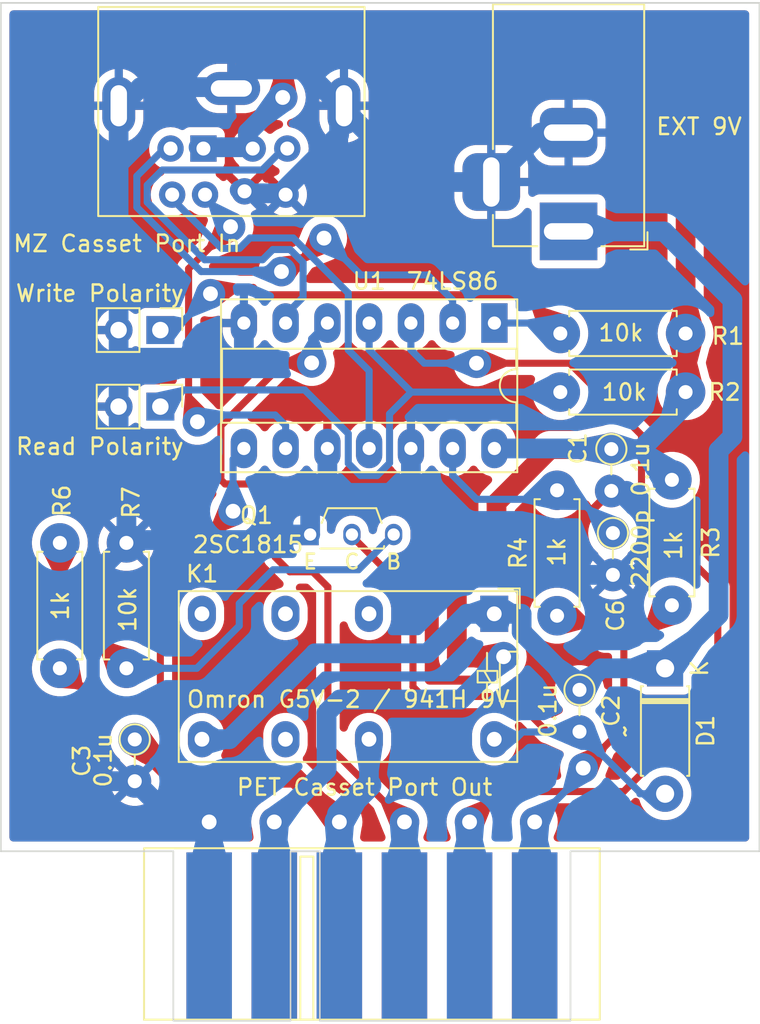
<source format=kicad_pcb>
(kicad_pcb (version 20240108) (generator "pcbnew") (generator_version "8.0")
  (title_block (title "MZ1500 to DataSette I/F") (date "2024-12-25") (rev "0.6") (company "Mercury-Nihombashi kaokun"))
  (layers (0 "F.Cu" signal) (31 "B.Cu" signal) (34 "B.Paste" user) (35 "F.Paste" user) (36 "B.SilkS" user "B.Silkscreen") (37 "F.SilkS" user "F.Silkscreen") (38 "B.Mask" user) (39 "F.Mask" user) (44 "Edge.Cuts" user))
  (net 0 "")
  (net 1 "VCC")
  (net 2 "GND")
  (net 3 "Net-(D1-A)")
  (net 4 "+9V")
  (net 5 "WRITE")
  (net 6 "SENSE")
  (net 7 "MOTOR")
  (net 8 "Net-(J3-Pad1)")
  (net 9 "Net-(J4-Pad1)")
  (net 11 "READ")
  (net 15 "Net-(Q1-B)")
  (net 16 "Net-(C6-Pad1)")
  (net 17 "Net-(R6-Pad1)")
  (net 18 "/PET_MOTOR")
  (net 19 "/PET_READ")
  (net 20 "/PET_WRITE")
  (net 21 "/PET_SENSE")
  (footprint "Package_DIP:DIP-14_W7.62mm_Socket_LongPads" (layer "F.Cu") (at 140.846 68.42 -90)
    (property "Reference" "U1" (at -2.54 7.62 0) (layer "F.SilkS"))
    (property "Value" "74LS86" (at -2.54 2.54 0) (layer "F.SilkS"))
    (fp_line (start -1.44 16.63) (end 9.06 16.63) (stroke (width 0.12)) (layer "F.SilkS"))
    (fp_line (start 9.06 16.63) (end 9.06 -1.39) (stroke (width 0.12)) (layer "F.SilkS"))
    (fp_line (start 1.56 16.57) (end 6.06 16.57) (stroke (width 0.12)) (layer "F.SilkS"))
    (fp_line (start 6.06 16.57) (end 6.06 -1.33) (stroke (width 0.12)) (layer "F.SilkS"))
    (fp_line (start 1.56 -1.33) (end 1.56 16.57) (stroke (width 0.12)) (layer "F.SilkS"))
    (fp_line (start 2.81 -1.33) (end 1.56 -1.33) (stroke (width 0.12)) (layer "F.SilkS"))
    (fp_line (start 6.06 -1.33) (end 4.81 -1.33) (stroke (width 0.12)) (layer "F.SilkS"))
    (fp_line (start -1.44 -1.39) (end -1.44 16.63) (stroke (width 0.12)) (layer "F.SilkS"))
    (fp_line (start 9.06 -1.39) (end -1.44 -1.39) (stroke (width 0.12)) (layer "F.SilkS"))
    (fp_arc (start 4.81 -1.33) (mid 3.81 -0.33) (end 2.81 -1.33) (stroke (width 0.12)) (layer "F.SilkS"))
    (pad "1" thru_hole rect (at 0 0 270) (size 2.4 1.6) (drill 0.8) (layers "*.Cu" "*.Mask") (net 8 "Net-(J3-Pad1)"))
    (pad "2" thru_hole oval (at 0 2.54 270) (size 2.4 1.6) (drill 0.8) (layers "*.Cu" "*.Mask") (net 5 "WRITE"))
    (pad "3" thru_hole oval (at 0 5.08 270) (size 2.4 1.6) (drill 0.8) (layers "*.Cu" "*.Mask") (net 20 "/PET_WRITE"))
    (pad "4" thru_hole oval (at 0 7.62 270) (size 2.4 1.6) (drill 0.8) (layers "*.Cu" "*.Mask") (net 9 "Net-(J4-Pad1)"))
    (pad "5" thru_hole oval (at 0 10.16 270) (size 2.4 1.6) (drill 0.8) (layers "*.Cu" "*.Mask") (net 19 "/PET_READ"))
    (pad "6" thru_hole oval (at 0 12.7 270) (size 2.4 1.6) (drill 0.8) (layers "*.Cu" "*.Mask") (net 11 "READ"))
    (pad "7" thru_hole oval (at 0 15.24 270) (size 2.4 1.6) (drill 0.8) (layers "*.Cu" "*.Mask") (net 2 "GND"))
    (pad "8" thru_hole oval (at 7.62 15.24 270) (size 2.4 1.6) (drill 0.8) (layers "*.Cu" "*.Mask") (net 17 "Net-(R6-Pad1)"))
    (pad "9" thru_hole oval (at 7.62 12.7 270) (size 2.4 1.6) (drill 0.8) (layers "*.Cu" "*.Mask") (net 7 "MOTOR"))
    (pad "10" thru_hole oval (at 7.62 10.16 270) (size 2.4 1.6) (drill 0.8) (layers "*.Cu" "*.Mask") (net 2 "GND"))
    (pad "11" thru_hole oval (at 7.62 7.62 270) (size 2.4 1.6) (drill 0.8) (layers "*.Cu" "*.Mask") (net 6 "SENSE"))
    (pad "12" thru_hole oval (at 7.62 5.08 270) (size 2.4 1.6) (drill 0.8) (layers "*.Cu" "*.Mask") (net 2 "GND"))
    (pad "13" thru_hole oval (at 7.62 2.54 270) (size 2.4 1.6) (drill 0.8) (layers "*.Cu" "*.Mask") (net 16 "Net-(C6-Pad1)"))
    (pad "14" thru_hole oval (at 7.62 0 270) (size 2.4 1.6) (drill 0.8) (layers "*.Cu" "*.Mask") (net 1 "VCC"))
  )
  (footprint "Kao_Library:PET_Casset" (layer "F.Cu") (at 123.4945 105.659 180)
    (property "Reference" "J2" (hide yes))
    (property "Value" "PET Casset Port Out" (at -9.4515 9.039 0) (layer "F.SilkS"))
    (fp_rect (start 3.96 -5.08) (end -23.76 5.334) (stroke (width 0.12)) (fill none) (layer "F.SilkS"))
    (fp_rect (start -6.336 -5.08) (end -5.544 4.826) (stroke (width 0.12)) (fill none) (layer "F.SilkS"))
    (pad "1" connect rect (at 0 0 180) (size 2.77 10.16) (layers "F.Cu" "F.Mask") (net 2 "GND"))
    (pad "2" connect rect (at -3.96 0 180) (size 2.77 10.16) (layers "F.Cu" "F.Mask") (net 1 "VCC"))
    (pad "3" connect rect (at -7.92 0 180) (size 2.77 10.16) (layers "F.Cu" "F.Mask") (net 18 "/PET_MOTOR"))
    (pad "4" connect rect (at -11.88 0 180) (size 2.77 10.16) (layers "F.Cu" "F.Mask") (net 19 "/PET_READ"))
    (pad "5" connect rect (at -15.84 0 180) (size 2.77 10.16) (layers "F.Cu" "F.Mask") (net 20 "/PET_WRITE"))
    (pad "6" connect rect (at -19.8 0 180) (size 2.77 10.16) (layers "F.Cu" "F.Mask") (net 21 "/PET_SENSE"))
    (pad "A" connect rect (at 0 0 180) (size 2.77 10.16) (layers "B.Cu" "B.Mask") (net 2 "GND"))
    (pad "B" connect rect (at -3.96 0 180) (size 2.77 10.16) (layers "B.Cu" "B.Mask") (net 1 "VCC"))
    (pad "C" connect rect (at -7.92 0 180) (size 2.77 10.16) (layers "B.Cu" "B.Mask") (net 18 "/PET_MOTOR"))
    (pad "D" connect rect (at -11.88 0 180) (size 2.77 10.16) (layers "B.Cu" "B.Mask") (net 19 "/PET_READ"))
    (pad "E" connect rect (at -15.84 0 180) (size 2.77 10.16) (layers "B.Cu" "B.Mask") (net 20 "/PET_WRITE"))
    (pad "F" connect rect (at -19.8 0 180) (size 2.77 10.16) (layers "B.Cu" "B.Mask") (net 21 "/PET_SENSE"))
  )
  (footprint "Kao_Library:LargePad_R_Axial_DIN0207_L6.3mm_D2.5mm_P7.62mm_Horizontal" (layer "F.Cu") (at 114.4125 89.396 90)
    (property "Reference" "R6" (at 10.176 0.1335 90) (layer "F.SilkS"))
    (property "Value" "1k" (at 3.81 0.0335 90) (layer "F.SilkS"))
    (fp_line (start 7.08 -1.37) (end 7.08 -1.04) (stroke (width 0.12)) (layer "F.SilkS"))
    (fp_line (start 0.54 -1.37) (end 7.08 -1.37) (stroke (width 0.12)) (layer "F.SilkS"))
    (fp_line (start 0.54 -1.04) (end 0.54 -1.37) (stroke (width 0.12)) (layer "F.SilkS"))
    (fp_line (start 0.54 1.04) (end 0.54 1.37) (stroke (width 0.12)) (layer "F.SilkS"))
    (fp_line (start 7.08 1.37) (end 7.08 1.04) (stroke (width 0.12)) (layer "F.SilkS"))
    (fp_line (start 0.54 1.37) (end 7.08 1.37) (stroke (width 0.12)) (layer "F.SilkS"))
    (pad "1" thru_hole circle (at 0 0 90) (size 2.4 2.4) (drill 0.85) (layers "*.Cu" "*.Mask") (net 17 "Net-(R6-Pad1)"))
    (pad "2" thru_hole circle (at 7.62 0 90) (size 2.4 2.4) (drill 0.85) (layers "*.Cu" "*.Mask") (net 15 "Net-(Q1-B)"))
  )
  (footprint "Kao_Library:LargePad_R_Axial_DIN0207_L6.3mm_D2.5mm_P7.62mm_Horizontal" (layer "F.Cu") (at 152.475 72.615 180)
    (property "Reference" "R2" (at -2.371 -0.005 0) (layer "F.SilkS"))
    (property "Value" "10k" (at 3.729 -0.005 0) (layer "F.SilkS"))
    (fp_line (start 7.08 1.37) (end 7.08 1.04) (stroke (width 0.12)) (layer "F.SilkS"))
    (fp_line (start 7.08 -1.37) (end 7.08 -1.04) (stroke (width 0.12)) (layer "F.SilkS"))
    (fp_line (start 0.54 1.37) (end 7.08 1.37) (stroke (width 0.12)) (layer "F.SilkS"))
    (fp_line (start 0.54 1.04) (end 0.54 1.37) (stroke (width 0.12)) (layer "F.SilkS"))
    (fp_line (start 0.54 -1.04) (end 0.54 -1.37) (stroke (width 0.12)) (layer "F.SilkS"))
    (fp_line (start 0.54 -1.37) (end 7.08 -1.37) (stroke (width 0.12)) (layer "F.SilkS"))
    (pad "1" thru_hole circle (at 0 0 180) (size 2.4 2.4) (drill 0.85) (layers "*.Cu" "*.Mask") (net 1 "VCC"))
    (pad "2" thru_hole circle (at 7.62 0 180) (size 2.4 2.4) (drill 0.85) (layers "*.Cu" "*.Mask") (net 9 "Net-(J4-Pad1)"))
  )
  (footprint "Diode_THT:D_DO-41_SOD81_P7.62mm_Horizontal" (layer "F.Cu") (at 151.2285 89.397 -90)
    (property "Reference" "D1" (at 3.81 -2.47 90) (layer "F.SilkS"))
    (property "Value" "~" (at 3.81 2.47 90) (layer "F.SilkS"))
    (fp_line (start 1.09 1.47) (end 6.53 1.47) (stroke (width 0.12)) (layer "F.SilkS"))
    (fp_line (start 6.53 1.47) (end 6.53 1.34) (stroke (width 0.12)) (layer "F.SilkS"))
    (fp_line (start 1.09 1.34) (end 1.09 1.47) (stroke (width 0.12)) (layer "F.SilkS"))
    (fp_line (start 1.09 -1.34) (end 1.09 -1.47) (stroke (width 0.12)) (layer "F.SilkS"))
    (fp_line (start 1.09 -1.47) (end 6.53 -1.47) (stroke (width 0.12)) (layer "F.SilkS"))
    (fp_line (start 1.87 -1.47) (end 1.87 1.47) (stroke (width 0.12)) (layer "F.SilkS"))
    (fp_line (start 1.99 -1.47) (end 1.99 1.47) (stroke (width 0.12)) (layer "F.SilkS"))
    (fp_line (start 2.11 -1.47) (end 2.11 1.47) (stroke (width 0.12)) (layer "F.SilkS"))
    (fp_line (start 6.53 -1.47) (end 6.53 -1.34) (stroke (width 0.12)) (layer "F.SilkS"))
    (fp_text user "K" (at 0 -2.1 90) (layer "F.SilkS"))
    (pad "1" thru_hole rect (at 0 0 270) (size 2.2 2.2) (drill 1.1) (layers "*.Cu" "*.Mask") (net 4 "+9V"))
    (pad "2" thru_hole oval (at 7.62 0 270) (size 2.2 2.2) (drill 1.1) (layers "*.Cu" "*.Mask") (net 3 "Net-(D1-A)"))
  )
  (footprint "Kao_Library:LargePad_R_Axial_DIN0204_L3.6mm_D1.6mm_P2.54mm_Vertical" (layer "F.Cu") (at 118.9705 93.715 -90)
    (property "Reference" "C3" (at 1.305 3.2245 90) (layer "F.SilkS"))
    (property "Value" "0.1u" (at 1.27 1.92 90) (layer "F.SilkS"))
    (fp_line (start 0.92 0) (end 1.54 0) (stroke (width 0.12)) (layer "F.SilkS"))
    (fp_circle (center 0 0) (end 0.92 0) (stroke (width 0.12)) (fill none) (layer "F.SilkS"))
    (pad "1" thru_hole circle (at 0 0 270) (size 2 2) (drill 0.85) (layers "*.Cu" "*.Mask") (net 18 "/PET_MOTOR"))
    (pad "2" thru_hole circle (at 2.54 0 270) (size 2 2) (drill 0.85) (layers "*.Cu" "*.Mask") (net 2 "GND"))
  )
  (footprint "Kao_Library:LargePad_R_Axial_DIN0204_L3.6mm_D1.6mm_P2.54mm_Vertical" (layer "F.Cu") (at 147.9587 76.0782 -90)
    (property "Reference" "C1" (at -0.0382 2.0327 90) (layer "F.SilkS"))
    (property "Value" "0.1u" (at 1.2318 -1.7773 90) (layer "F.SilkS"))
    (fp_line (start 0.92 0) (end 1.54 0) (stroke (width 0.12)) (layer "F.SilkS"))
    (fp_circle (center 0 0) (end 0.92 0) (stroke (width 0.12)) (fill none) (layer "F.SilkS"))
    (pad "1" thru_hole circle (at 0 0 270) (size 2 2) (drill 0.85) (layers "*.Cu" "*.Mask") (net 1 "VCC"))
    (pad "2" thru_hole circle (at 2.54 0 270) (size 2 2) (drill 0.85) (layers "*.Cu" "*.Mask") (net 2 "GND"))
  )
  (footprint "Connector_BarrelJack:BarrelJack_Horizontal" (layer "F.Cu") (at 145.356 62.853 -90)
    (property "Reference" "J5" (hide yes))
    (property "Value" "EXT 9V" (at -6.371 -7.936 0) (layer "F.SilkS"))
    (fp_line (start -13.8 4.6) (end -13.8 -4.6) (stroke (width 0.12)) (layer "F.SilkS"))
    (fp_line (start -5 4.6) (end -13.8 4.6) (stroke (width 0.12)) (layer "F.SilkS"))
    (fp_line (start 0.9 4.6) (end -1 4.6) (stroke (width 0.12)) (layer "F.SilkS"))
    (fp_line (start 0.9 1.9) (end 0.9 4.6) (stroke (width 0.12)) (layer "F.SilkS"))
    (fp_line (start 1.1 -3.75) (end 1.1 -4.8) (stroke (width 0.12)) (layer "F.SilkS"))
    (fp_line (start -13.8 -4.6) (end 0.9 -4.6) (stroke (width 0.12)) (layer "F.SilkS"))
    (fp_line (start 0.9 -4.6) (end 0.9 -2) (stroke (width 0.12)) (layer "F.SilkS"))
    (fp_line (start 0.05 -4.8) (end 1.1 -4.8) (stroke (width 0.12)) (layer "F.SilkS"))
    (pad "1" thru_hole rect (at 0 0 270) (size 3.5 3.5) (drill oval 1 3) (layers "*.Cu" "*.Mask") (net 4 "+9V"))
    (pad "2" thru_hole roundrect (at -6 0 270) (size 3 3.5) (drill oval 1 3) (layers "*.Cu" "*.Mask") (net 2 "GND"))
    (pad "3" thru_hole roundrect (at -3 4.7 270) (size 3.5 3.5) (drill oval 3 1) (layers "*.Cu" "*.Mask") (net 2 "GND"))
  )
  (footprint "Connector_PinHeader_2.54mm:PinHeader_1x02_P2.54mm_Vertical" (layer "F.Cu") (at 120.526 68.847 -90)
    (property "Reference" "J3" (hide yes))
    (property "Value" "Write Polarity" (at -2.227 3.68 0) (layer "F.SilkS"))
    (fp_line (start -1.33 3.87) (end 1.33 3.87) (stroke (width 0.12)) (layer "F.SilkS"))
    (fp_line (start -1.33 1.27) (end -1.33 3.87) (stroke (width 0.12)) (layer "F.SilkS"))
    (fp_line (start -1.33 1.27) (end 1.33 1.27) (stroke (width 0.12)) (layer "F.SilkS"))
    (fp_line (start 1.33 1.27) (end 1.33 3.87) (stroke (width 0.12)) (layer "F.SilkS"))
    (fp_line (start -1.33 0) (end -1.33 -1.33) (stroke (width 0.12)) (layer "F.SilkS"))
    (fp_line (start -1.33 -1.33) (end 0 -1.33) (stroke (width 0.12)) (layer "F.SilkS"))
    (pad "1" thru_hole rect (at 0 0 270) (size 1.7 1.7) (drill 1) (layers "*.Cu" "*.Mask") (net 8 "Net-(J3-Pad1)"))
    (pad "2" thru_hole oval (at 0 2.54 270) (size 1.7 1.7) (drill 1) (layers "*.Cu" "*.Mask") (net 2 "GND"))
  )
  (footprint "Kao_Library:LargePad_R_Axial_DIN0207_L6.3mm_D2.5mm_P7.62mm_Horizontal" (layer "F.Cu") (at 118.4625 89.396 90)
    (property "Reference" "R7" (at 10.076 0.2835 90) (layer "F.SilkS"))
    (property "Value" "10k" (at 3.576 0.0835 90) (layer "F.SilkS"))
    (fp_line (start 7.08 -1.37) (end 7.08 -1.04) (stroke (width 0.12)) (layer "F.SilkS"))
    (fp_line (start 0.54 -1.37) (end 7.08 -1.37) (stroke (width 0.12)) (layer "F.SilkS"))
    (fp_line (start 0.54 -1.04) (end 0.54 -1.37) (stroke (width 0.12)) (layer "F.SilkS"))
    (fp_line (start 0.54 1.04) (end 0.54 1.37) (stroke (width 0.12)) (layer "F.SilkS"))
    (fp_line (start 7.08 1.37) (end 7.08 1.04) (stroke (width 0.12)) (layer "F.SilkS"))
    (fp_line (start 0.54 1.37) (end 7.08 1.37) (stroke (width 0.12)) (layer "F.SilkS"))
    (pad "1" thru_hole circle (at 0 0 90) (size 2.4 2.4) (drill 0.85) (layers "*.Cu" "*.Mask") (net 15 "Net-(Q1-B)"))
    (pad "2" thru_hole circle (at 7.62 0 90) (size 2.4 2.4) (drill 0.85) (layers "*.Cu" "*.Mask") (net 2 "GND"))
  )
  (footprint "Kao_Library:LargePad_R_Axial_DIN0204_L3.6mm_D1.6mm_P2.54mm_Vertical" (layer "F.Cu") (at 148.0535 81.1785 -90)
    (property "Reference" "C6" (at 5.0215 -0.1585 90) (layer "F.SilkS"))
    (property "Value" "2200p" (at 0.92 -1.6825 90) (layer "F.SilkS"))
    (fp_line (start 0.92 0) (end 1.54 0) (stroke (width 0.12)) (layer "F.SilkS"))
    (fp_circle (center 0 0) (end 0.92 0) (stroke (width 0.12)) (fill none) (layer "F.SilkS"))
    (pad "1" thru_hole circle (at 0 0 270) (size 2 2) (drill 0.85) (layers "*.Cu" "*.Mask") (net 16 "Net-(C6-Pad1)"))
    (pad "2" thru_hole circle (at 2.54 0 270) (size 2 2) (drill 0.85) (layers "*.Cu" "*.Mask") (net 2 "GND"))
  )
  (footprint "Kao_Library:Connector_Mini-DIN_Female_8Pin_Marushin" (layer "F.Cu") (at 123.146 57.82 180)
    (property "Reference" "J1" (hide yes))
    (property "Value" "MZ Casset Port In" (at 4.652 -5.774 0) (layer "F.SilkS"))
    (fp_line (start 6.4 -4.1) (end 6.4 8.6) (stroke (width 0.12)) (layer "F.SilkS"))
    (fp_line (start -9.8 8.6) (end 6.4 8.6) (stroke (width 0.12)) (layer "F.SilkS"))
    (fp_line (start -9.8 -4.1) (end 6.4 -4.1) (stroke (width 0.12)) (layer "F.SilkS"))
    (fp_line (start -9.8 -4.1) (end -9.8 8.6) (stroke (width 0.12)) (layer "F.SilkS"))
    (pad "1" thru_hole rect (at 0 0 180) (size 1.6 1.6) (drill 0.85) (layers "*.Cu" "*.Mask") (net 1 "VCC"))
    (pad "2" thru_hole circle (at -3 0 180) (size 1.6 1.6) (drill 0.85) (layers "*.Cu" "*.Mask") (net 1 "VCC"))
    (pad "3" thru_hole circle (at 2 0 180) (size 1.6 1.6) (drill 0.85) (layers "*.Cu" "*.Mask") (net 5 "WRITE"))
    (pad "4" thru_hole circle (at -0.1 -2.8 180) (size 1.6 1.6) (drill 0.85) (layers "*.Cu" "*.Mask") (net 7 "MOTOR"))
    (pad "5" thru_hole circle (at -5.1 0 180) (size 1.6 1.6) (drill 0.85) (layers "*.Cu" "*.Mask") (net 11 "READ"))
    (pad "6" thru_hole circle (at 1.9 -2.8 180) (size 1.6 1.6) (drill 0.85) (layers "*.Cu" "*.Mask") (net 6 "SENSE"))
    (pad "7" thru_hole circle (at -2.5 -2.6 180) (size 1.6 1.6) (drill 0.85) (layers "*.Cu" "*.Mask") (net 2 "GND"))
    (pad "8" thru_hole circle (at -5 -2.8 180) (size 1.6 1.6) (drill 0.85) (layers "*.Cu" "*.Mask") (net 2 "GND"))
    (pad "9" thru_hole oval (at -8.55 2.6 180) (size 2 3.5) (drill oval 1 2.5) (layers "*.Cu" "*.Mask") (net 2 "GND"))
    (pad "9" thru_hole oval (at -1.7 3.65 270) (size 2 3.5) (drill oval 1 2.5) (layers "*.Cu" "*.Mask") (net 2 "GND"))
    (pad "9" thru_hole oval (at 5.15 2.6 180) (size 2 3.5) (drill oval 1 2.5) (layers "*.Cu" "*.Mask") (net 2 "GND"))
  )
  (footprint "Kao_Library:Relay_DPDT_Omron_G5V-2-LargePad" (layer "F.Cu") (at 140.836 86.085 -90)
    (property "Reference" "K1" (at -2.425 17.77 180) (layer "F.SilkS"))
    (property "Value" "Omron G5V-2 / 941H 9V" (at 5.195 8.88 180) (layer "F.SilkS"))
    (fp_line (start -1.38 19.19) (end 9 19.19) (stroke (width 0.12)) (layer "F.SilkS"))
    (fp_line (start 9 19.19) (end 9 -1.4) (stroke (width 0.12)) (layer "F.SilkS"))
    (fp_line (start 3.47 1.01) (end 4.17 1.01) (stroke (width 0.12)) (layer "F.SilkS"))
    (fp_line (start 4.17 1.01) (end 4.17 -0.19) (stroke (width 0.12)) (layer "F.SilkS"))
    (fp_line (start 3.47 0.61) (end 4.17 0.21) (stroke (width 0.12)) (layer "F.SilkS"))
    (fp_line (start 3.47 0.44) (end 2.37 0.44) (stroke (width 0.12)) (layer "F.SilkS"))
    (fp_line (start 4.17 0.44) (end 5.27 0.44) (stroke (width 0.12)) (layer "F.SilkS"))
    (fp_line (start 3.47 -0.19) (end 3.47 1.01) (stroke (width 0.12)) (layer "F.SilkS"))
    (fp_line (start 4.17 -0.19) (end 3.47 -0.19) (stroke (width 0.12)) (layer "F.SilkS"))
    (fp_line (start -1.54 -0.25) (end -1.54 -1.55) (stroke (width 0.12)) (layer "F.SilkS"))
    (fp_line (start 2.3 -0.34) (end 5.3 -0.34) (stroke (width 0.12)) (layer "F.SilkS"))
    (fp_line (start 5.3 -0.34) (end 5.3 -1.4) (stroke (width 0.12)) (layer "F.SilkS"))
    (fp_line (start -1.38 -1.4) (end -1.38 19.19) (stroke (width 0.12)) (layer "F.SilkS"))
    (fp_line (start 2.3 -1.4) (end 2.3 -0.36) (stroke (width 0.12)) (layer "F.SilkS"))
    (fp_line (start 9 -1.4) (end -1.38 -1.4) (stroke (width 0.12)) (layer "F.SilkS"))
    (fp_line (start -1.54 -1.55) (end -0.33 -1.55) (stroke (width 0.12)) (layer "F.SilkS"))
    (pad "1" thru_hole rect (at 0 0 270) (size 2.2 1.7) (drill 0.9) (layers "*.Cu" "*.Mask") (net 4 "+9V"))
    (pad "4" thru_hole oval (at 0 7.62 270) (size 2.2 1.7) (drill 0.9) (layers "*.Cu" "*.Mask"))
    (pad "6" thru_hole oval (at 0 12.7 270) (size 2.2 1.7) (drill 0.9) (layers "*.Cu" "*.Mask"))
    (pad "8" thru_hole oval (at 0 17.78 270) (size 2.2 1.7) (drill 0.9) (layers "*.Cu" "*.Mask"))
    (pad "9" thru_hole oval (at 7.62 17.78 270) (size 2.2 1.7) (drill 0.9) (layers "*.Cu" "*.Mask") (net 4 "+9V"))
    (pad "11" thru_hole oval (at 7.62 12.7 270) (size 2.2 1.7) (drill 0.9) (layers "*.Cu" "*.Mask"))
    (pad "13" thru_hole oval (at 7.62 7.62 270) (size 2.2 1.7) (drill 0.9) (layers "*.Cu" "*.Mask") (net 18 "/PET_MOTOR"))
    (pad "16" thru_hole oval (at 7.62 0 270) (size 2.2 1.7) (drill 0.9) (layers "*.Cu" "*.Mask") (net 3 "Net-(D1-A)"))
  )
  (footprint "Kao_Library:LargePad_R_Axial_DIN0204_L3.6mm_D1.6mm_P2.54mm_Vertical" (layer "F.Cu") (at 146.0215 90.7045 -90)
    (property "Reference" "C2" (at 1.27 -1.92 90) (layer "F.SilkS"))
    (property "Value" "0.1u" (at 1.27 1.92 90) (layer "F.SilkS"))
    (fp_line (start 0.92 0) (end 1.54 0) (stroke (width 0.12)) (layer "F.SilkS"))
    (fp_circle (center 0 0) (end 0.92 0) (stroke (width 0.12)) (fill none) (layer "F.SilkS"))
    (pad "1" thru_hole circle (at 0 0 270) (size 2 2) (drill 0.85) (layers "*.Cu" "*.Mask") (net 4 "+9V"))
    (pad "2" thru_hole circle (at 2.54 0 270) (size 2 2) (drill 0.85) (layers "*.Cu" "*.Mask") (net 3 "Net-(D1-A)"))
  )
  (footprint "Connector_PinHeader_2.54mm:PinHeader_1x02_P2.54mm_Vertical" (layer "F.Cu") (at 120.526 73.497 -90)
    (property "Reference" "J4" (hide yes))
    (property "Value" "Read Polarity" (at 2.423 3.68 0) (layer "F.SilkS"))
    (fp_line (start -1.33 3.87) (end 1.33 3.87) (stroke (width 0.12)) (layer "F.SilkS"))
    (fp_line (start -1.33 1.27) (end -1.33 3.87) (stroke (width 0.12)) (layer "F.SilkS"))
    (fp_line (start -1.33 1.27) (end 1.33 1.27) (stroke (width 0.12)) (layer "F.SilkS"))
    (fp_line (start 1.33 1.27) (end 1.33 3.87) (stroke (width 0.12)) (layer "F.SilkS"))
    (fp_line (start -1.33 0) (end -1.33 -1.33) (stroke (width 0.12)) (layer "F.SilkS"))
    (fp_line (start -1.33 -1.33) (end 0 -1.33) (stroke (width 0.12)) (layer "F.SilkS"))
    (pad "1" thru_hole rect (at 0 0 270) (size 1.7 1.7) (drill 1) (layers "*.Cu" "*.Mask") (net 9 "Net-(J4-Pad1)"))
    (pad "2" thru_hole oval (at 0 2.54 270) (size 1.7 1.7) (drill 1) (layers "*.Cu" "*.Mask") (net 2 "GND"))
  )
  (footprint "Kao_Library:LargePad_R_Axial_DIN0207_L6.3mm_D2.5mm_P7.62mm_Horizontal" (layer "F.Cu") (at 144.6567 86.2007 90)
    (property "Reference" "R4" (at 3.81 -2.37 90) (layer "F.SilkS"))
    (property "Value" "1k" (at 3.8807 -0.0107 90) (layer "F.SilkS"))
    (fp_line (start 7.08 -1.37) (end 7.08 -1.04) (stroke (width 0.12)) (layer "F.SilkS"))
    (fp_line (start 0.54 -1.37) (end 7.08 -1.37) (stroke (width 0.12)) (layer "F.SilkS"))
    (fp_line (start 0.54 -1.04) (end 0.54 -1.37) (stroke (width 0.12)) (layer "F.SilkS"))
    (fp_line (start 0.54 1.04) (end 0.54 1.37) (stroke (width 0.12)) (layer "F.SilkS"))
    (fp_line (start 7.08 1.37) (end 7.08 1.04) (stroke (width 0.12)) (layer "F.SilkS"))
    (fp_line (start 0.54 1.37) (end 7.08 1.37) (stroke (width 0.12)) (layer "F.SilkS"))
    (pad "1" thru_hole circle (at 0 0 90) (size 2.4 2.4) (drill 0.85) (layers "*.Cu" "*.Mask") (net 21 "/PET_SENSE"))
    (pad "2" thru_hole circle (at 7.62 0 90) (size 2.4 2.4) (drill 0.85) (layers "*.Cu" "*.Mask") (net 16 "Net-(C6-Pad1)"))
  )
  (footprint "Kao_Library:LargePad_R_Axial_DIN0207_L6.3mm_D2.5mm_P7.62mm_Horizontal" (layer "F.Cu") (at 151.6417 77.9457 -90)
    (property "Reference" "R3" (at 3.81 -2.37 90) (layer "F.SilkS"))
    (property "Value" "1k" (at 3.9743 -0.1043 90) (layer "F.SilkS"))
    (fp_line (start 0.54 1.37) (end 7.08 1.37) (stroke (width 0.12)) (layer "F.SilkS"))
    (fp_line (start 7.08 1.37) (end 7.08 1.04) (stroke (width 0.12)) (layer "F.SilkS"))
    (fp_line (start 0.54 1.04) (end 0.54 1.37) (stroke (width 0.12)) (layer "F.SilkS"))
    (fp_line (start 0.54 -1.04) (end 0.54 -1.37) (stroke (width 0.12)) (layer "F.SilkS"))
    (fp_line (start 0.54 -1.37) (end 7.08 -1.37) (stroke (width 0.12)) (layer "F.SilkS"))
    (fp_line (start 7.08 -1.37) (end 7.08 -1.04) (stroke (width 0.12)) (layer "F.SilkS"))
    (pad "1" thru_hole circle (at 0 0 270) (size 2.4 2.4) (drill 0.85) (layers "*.Cu" "*.Mask") (net 1 "VCC"))
    (pad "2" thru_hole circle (at 7.62 0 270) (size 2.4 2.4) (drill 0.85) (layers "*.Cu" "*.Mask") (net 21 "/PET_SENSE"))
  )
  (footprint "PCM_Package_TO_SOT_THT_AKL:TO-92S_Wide_ECB" (layer "F.Cu") (at 129.6385 81.268)
    (property "Reference" "Q1" (at -3.2705 -1.164 0) (layer "F.SilkS"))
    (property "Value" "2SC1815" (at -3.7785 0.614 0) (layer "F.SilkS"))
    (fp_line (start 0.62 0.85) (end 4.47 0.85) (stroke (width 0.12)) (layer "F.SilkS"))
    (fp_line (start 1.07 -1.6) (end 0.7 -0.7) (stroke (width 0.12)) (layer "F.SilkS"))
    (fp_line (start 4.02 -1.6) (end 1.07 -1.6) (stroke (width 0.12)) (layer "F.SilkS"))
    (fp_line (start 4.35 -0.7) (end 4.02 -1.6) (stroke (width 0.12)) (layer "F.SilkS"))
    (fp_line (start 4.47 0.85) (end 4.5 0.7) (stroke (width 0.12)) (layer "F.SilkS"))
    (fp_text user "B" (at 5.08 1.651 0) (layer "F.SilkS") (effects (font (size 0.9 0.9))))
    (fp_text user "E" (at 0 1.651 0) (layer "F.SilkS") (effects (font (size 0.9 0.9))))
    (fp_text user "C" (at 2.54 1.651 0) (layer "F.SilkS") (effects (font (size 0.9 0.9))))
    (pad "1" thru_hole rect (at 0 0 180) (size 1.05 1.3) (drill 0.75) (layers "*.Cu" "*.Mask") (net 2 "GND"))
    (pad "2" thru_hole oval (at 2.54 0 180) (size 1.05 1.3) (drill 0.75) (layers "*.Cu" "*.Mask") (net 3 "Net-(D1-A)"))
    (pad "3" thru_hole oval (at 5.08 0 180) (size 1.05 1.3) (drill 0.75) (layers "*.Cu" "*.Mask") (net 15 "Net-(Q1-B)"))
  )
  (footprint "Kao_Library:LargePad_R_Axial_DIN0207_L6.3mm_D2.5mm_P7.62mm_Horizontal" (layer "F.Cu") (at 152.475 69.055 180)
    (property "Reference" "R1" (at -2.571 -0.165 0) (layer "F.SilkS"))
    (property "Value" "10k" (at 3.929 0.035 0) (layer "F.SilkS"))
    (fp_line (start 7.08 1.37) (end 7.08 1.04) (stroke (width 0.12)) (layer "F.SilkS"))
    (fp_line (start 7.08 -1.37) (end 7.08 -1.04) (stroke (width 0.12)) (layer "F.SilkS"))
    (fp_line (start 0.54 1.37) (end 7.08 1.37) (stroke (width 0.12)) (layer "F.SilkS"))
    (fp_line (start 0.54 1.04) (end 0.54 1.37) (stroke (width 0.12)) (layer "F.SilkS"))
    (fp_line (start 0.54 -1.04) (end 0.54 -1.37) (stroke (width 0.12)) (layer "F.SilkS"))
    (fp_line (start 0.54 -1.37) (end 7.08 -1.37) (stroke (width 0.12)) (layer "F.SilkS"))
    (pad "1" thru_hole circle (at 0 0 180) (size 2.4 2.4) (drill 0.85) (layers "*.Cu" "*.Mask") (net 1 "VCC"))
    (pad "2" thru_hole circle (at 7.62 0 180) (size 2.4 2.4) (drill 0.85) (layers "*.Cu" "*.Mask") (net 8 "Net-(J3-Pad1)"))
  )
  (gr_poly (pts (xy 121.3165 110.807) (xy 128.4445 110.807) (xy 128.4445 100.511) (xy 130.2265 100.511) (xy 130.2265 110.807) (xy 145.4725 110.807) (xy 145.4725 100.511) (xy 156.9665 100.511) (xy 156.9665 48.971) (xy 110.8225 48.971) (xy 110.8225 100.511) (xy 121.3165 100.511)) (stroke (width 0.1)) (fill none) (layer "Edge.Cuts"))
  (segment (start 127.9687 53.2297) (end 127.9687 54.7157) (width 1.2) (layer "F.Cu") (net 1))
  (segment (start 138.56 88.74) (end 138.56 83.279) (width 1.2) (layer "F.Cu") (net 1))
  (segment (start 144.2368 76.0782) (end 147.9587 76.0782) (width 1.2) (layer "F.Cu") (net 1))
  (segment (start 128.9562 52.2422) (end 127.9687 53.2297) (width 1.2) (layer "F.Cu") (net 1))
  (segment (start 145.4203 52.2422) (end 128.9562 52.2422) (width 1.2) (layer "F.Cu") (net 1))
  (segment (start 152.475 69.055) (end 152.475 59.2969) (width 1.2) (layer "F.Cu") (net 1))
  (segment (start 140.973 79.342) (end 144.2368 76.0782) (width 1.2) (layer "F.Cu") (net 1))
  (segment (start 141.4052 88.6914) (end 141.3566 88.74) (width 1.2) (layer "F.Cu") (net 1))
  (segment (start 141.3566 88.74) (end 138.56 88.74) (width 1.2) (layer "F.Cu") (net 1))
  (segment (start 152.475 72.615) (end 152.475 69.055) (width 1.2) (layer "F.Cu") (net 1))
  (segment (start 127.4545 98.7295) (end 127.4545 105.659) (width 1.2) (layer "F.Cu") (net 1))
  (segment (start 140.973 80.866) (end 140.973 79.342) (width 1.2) (layer "F.Cu") (net 1))
  (segment (start 127.454 98.729) (end 127.4545 98.7295) (width 1.2) (layer "F.Cu") (net 1))
  (segment (start 138.56 83.279) (end 140.973 80.866) (width 1.2) (layer "F.Cu") (net 1))
  (segment (start 152.475 59.2969) (end 145.4203 52.2422) (width 1.2) (layer "F.Cu") (net 1))
  (via (at 127.4545 98.729) (size 1.8) (drill 0.9) (layers "F.Cu" "B.Cu") (net 1))
  (via (at 127.9687 54.7157) (size 1.8) (drill 0.9) (layers "F.Cu" "B.Cu") (net 1))
  (via (at 141.4052 88.6914) (size 1.8) (drill 0.9) (layers "F.Cu" "B.Cu") (net 1))
  (segment (start 127.4545 105.659) (end 127.4545 98.729) (width 1.5) (layer "B.Cu") (net 1))
  (segment (start 125.8485 57.74) (end 124.2335 57.74) (width 1.2) (layer "B.Cu") (net 1))
  (segment (start 122.8485 57.74) (end 124.2335 57.74) (width 1.2) (layer "B.Cu") (net 1))
  (segment (start 130.6355 92.0925) (end 130.6355 95.5475) (width 1.2) (layer "B.Cu") (net 1))
  (segment (start 138.803 91.2936) (end 131.4344 91.2936) (width 1.2) (layer "B.Cu") (net 1))
  (segment (start 145.3798 76.04) (end 145.418 76.0782) (width 1.2) (layer "B.Cu") (net 1))
  (segment (start 149.7742 76.0782) (end 152.475 73.3774) (width 1.2) (layer "B.Cu") (net 1))
  (segment (start 140.846 76.04) (end 145.3798 76.04) (width 1.2) (layer "B.Cu") (net 1))
  (segment (start 152.475 73.3774) (end 152.475 72.615) (width 1.2) (layer "B.Cu") (net 1))
  (segment (start 127.9687 54.7157) (end 125.8485 56.8359) (width 1.2) (layer "B.Cu") (net 1))
  (segment (start 131.4344 91.2936) (end 130.6355 92.0925) (width 1.2) (layer "B.Cu") (net 1))
  (segment (start 149.7742 76.0782) (end 147.9587 76.0782) (width 1.2) (layer "B.Cu") (net 1))
  (segment (start 130.6355 95.5475) (end 127.454 98.729) (width 1.2) (layer "B.Cu") (net 1))
  (segment (start 125.8485 56.8359) (end 125.8485 57.74) (width 1.2) (layer "B.Cu") (net 1))
  (segment (start 141.4052 88.6914) (end 138.803 91.2936) (width 1.2) (layer "B.Cu") (net 1))
  (segment (start 147.9587 76.0782) (end 145.418 76.0782) (width 1.2) (layer "B.Cu") (net 1))
  (segment (start 151.6417 77.9457) (end 149.7742 76.0782) (width 1.2) (layer "B.Cu") (net 1))
  (segment (start 123.4945 98.7295) (end 123.4945 105.659) (width 1.2) (layer "F.Cu") (net 2))
  (segment (start 123.494 98.729) (end 123.4945 98.7295) (width 1.2) (layer "F.Cu") (net 2))
  (via (at 123.4945 98.729) (size 1.8) (drill 0.9) (layers "F.Cu" "B.Cu") (net 2))
  (segment (start 125.5485 60.54) (end 125.3485 60.34) (width 1.2) (layer "B.Cu") (net 2))
  (segment (start 124.5485 54.09) (end 119.3235 54.09) (width 1.2) (layer "B.Cu") (net 2))
  (segment (start 147.9587 78.6182) (end 148.8852 78.6182) (width 1.2) (layer "B.Cu") (net 2))
  (segment (start 117.986 70.5271) (end 117.986 68.847) (width 1.2) (layer "B.Cu") (net 2))
  (segment (start 116.4375 96.2575) (end 116.4375 93.058) (width 1.2) (layer "B.Cu") (net 2))
  (segment (start 130.686 76.04) (end 130.686 78.6555) (width 1.2) (layer "B.Cu") (net 2))
  (segment (start 118.9705 96.255) (end 116.44 96.255) (width 1.2) (layer "B.Cu") (net 2))
  (segment (start 131.3985 56.853) (end 131.3985 55.14) (width 1.2) (layer "B.Cu") (net 2))
  (segment (start 130.686 78.6555) (end 129.6385 79.703) (width 1.2) (layer "B.Cu") (net 2))
  (segment (start 130.686 78.6555) (end 130.7681 78.7376) (width 1.2) (layer "B.Cu") (net 2))
  (segment (start 117.986 70.5271) (end 125.5139 70.5271) (width 1.2) (layer "B.Cu") (net 2))
  (segment (start 117.986 73.497) (end 117.986 70.5271) (width 1.2) (layer "B.Cu") (net 2))
  (segment (start 129.2725 53.014) (end 125.6245 53.014) (width 1.2) (layer "B.Cu") (net 2))
  (segment (start 149.5505 83.7185) (end 148.0535 83.7185) (width 1.2) (layer "B.Cu") (net 2))
  (segment (start 125.5139 70.5271) (end 125.606 70.435) (width 1.2) (layer "B.Cu") (net 2))
  (segment (start 127.8485 60.54) (end 131.3985 56.99) (width 1.2) (layer "B.Cu") (net 2))
  (segment (start 145.356 56.853) (end 143.656 56.853) (width 1.2) (layer "B.Cu") (net 2))
  (segment (start 148.0535 83.7185) (end 141.4295 83.7185) (width 1.2) (layer "B.Cu") (net 2))
  (segment (start 125.6245 53.014) (end 124.5485 54.09) (width 1.2) (layer "B.Cu") (net 2))
  (segment (start 118.4625 75.6385) (end 118.4625 81.6045) (width 1.2) (layer "B.Cu") (net 2))
  (segment (start 148.8852 78.6182) (end 150.498 80.231) (width 1.2) (layer "B.Cu") (net 2))
  (segment (start 119.3235 54.09) (end 117.986 55.4275) (width 1.2) (layer "B.Cu") (net 2))
  (segment (start 127.737 81.6045) (end 128.0735 81.268) (width 1.2) (layer "B.Cu") (net 2))
  (segment (start 141.4295 83.7185) (end 135.766 78.055) (width 1.2) (layer "B.Cu") (net 2))
  (segment (start 130.7681 78.7376) (end 135.0834 78.7376) (width 1.2) (layer "B.Cu") (net 2))
  (segment (start 143.656 56.853) (end 140.656 59.853) (width 1.2) (layer "B.Cu") (net 2))
  (segment (start 150.498 82.771) (end 149.5505 83.7185) (width 1.2) (layer "B.Cu") (net 2))
  (segment (start 136.1115 59.853) (end 131.3985 55.14) (width 1.2) (layer "B.Cu") (net 2))
  (segment (start 116.4375 83.801) (end 118.4625 81.776) (width 1.2) (layer "B.Cu") (net 2))
  (segment (start 131.3985 55.14) (end 129.2725 53.014) (width 1.2) (layer "B.Cu") (net 2))
  (segment (start 125.606 68.42) (end 125.606 70.435) (width 1.2) (layer "B.Cu") (net 2))
  (segment (start 135.766 76.04) (end 135.766 78.055) (width 1.2) (layer "B.Cu") (net 2))
  (segment (start 117.986 55.4275) (end 117.986 68.847) (width 1.2) (layer "B.Cu") (net 2))
  (segment (start 117.986 75.162) (end 118.4625 75.6385) (width 1.2) (layer "B.Cu") (net 2))
  (segment (start 127.8485 60.54) (end 125.5485 60.54) (width 1.2) (layer "B.Cu") (net 2))
  (segment (start 116.44 96.255) (end 116.4375 96.2575) (width 1.2) (layer "B.Cu") (net 2))
  (segment (start 140.656 59.853) (end 136.1115 59.853) (width 1.2) (layer "B.Cu") (net 2))
  (segment (start 116.4375 93.058) (end 116.4375 83.801) (width 0.8) (layer "B.Cu") (net 2))
  (segment (start 150.498 80.231) (end 150.498 82.771) (width 1.2) (layer "B.Cu") (net 2))
  (segment (start 129.6385 81.268) (end 128.0735 81.268) (width 1.2) (layer "B.Cu") (net 2))
  (segment (start 117.986 73.497) (end 117.986 75.162) (width 1.2) (layer "B.Cu") (net 2))
  (segment (start 121.4445 98.729) (end 123.494 98.729) (width 1.2) (layer "B.Cu") (net 2))
  (segment (start 131.3985 56.99) (end 131.3985 56.853) (width 1.2) (layer "B.Cu") (net 2))
  (segment (start 135.0834 78.7376) (end 135.766 78.055) (width 1.2) (layer "B.Cu") (net 2))
  (segment (start 129.6385 81.268) (end 129.6385 79.703) (width 1.2) (layer "B.Cu") (net 2))
  (segment (start 123.4945 105.659) (end 123.4945 98.729) (width 1.5) (layer "B.Cu") (net 2))
  (segment (start 118.9705 96.255) (end 121.4445 98.729) (width 1.2) (layer "B.Cu") (net 2))
  (segment (start 118.4625 81.6045) (end 127.737 81.6045) (width 1.2) (layer "B.Cu") (net 2))
  (segment (start 135.893 85.0869) (end 132.1785 81.3724) (width 0.43) (layer "F.Cu") (net 3))
  (segment (start 144.0506 93.2445) (end 141.91055 91.10445) (width 0.43) (layer "F.Cu") (net 3))
  (segment (start 136.47945 91.10445) (end 135.893 90.518) (width 0.43) (layer "F.Cu") (net 3))
  (segment (start 135.893 90.518) (end 135.893 85.0869) (width 0.43) (layer "F.Cu") (net 3))
  (segment (start 146.0215 93.2445) (end 144.0506 93.2445) (width 0.43) (layer "F.Cu") (net 3))
  (segment (start 141.91055 91.10445) (end 136.47945 91.10445) (width 0.43) (layer "F.Cu") (net 3))
  (segment (start 149.6985 97.017) (end 149.6985 96.9407) (width 0.43) (layer "B.Cu") (net 3))
  (segment (start 140.836 93.705) (end 142.116 93.705) (width 0.43) (layer "B.Cu") (net 3))
  (segment (start 151.2285 97.017) (end 149.6985 97.017) (width 0.43) (layer "B.Cu") (net 3))
  (segment (start 149.6985 96.9407) (end 146.0215 93.2637) (width 0.43) (layer "B.Cu") (net 3))
  (segment (start 142.5573 93.2637) (end 142.116 93.705) (width 0.43) (layer "B.Cu") (net 3))
  (segment (start 146.0215 93.2637) (end 142.5573 93.2637) (width 0.43) (layer "B.Cu") (net 3))
  (segment (start 151.154 62.853) (end 155.324 67.023) (width 1.2) (layer "B.Cu") (net 4))
  (segment (start 129.924 88.486) (end 136.77 88.486) (width 1.2) (layer "B.Cu") (net 4))
  (segment (start 139.171 86.085) (end 140.836 86.085) (width 1.2) (layer "B.Cu") (net 4))
  (segment (start 146.0215 90.7045) (end 142.501 87.184) (width 1.2) (layer "B.Cu") (net 4))
  (segment (start 147.329 89.397) (end 151.2285 89.397) (width 1.2) (layer "B.Cu") (net 4))
  (segment (start 146.0215 90.7045) (end 147.329 89.397) (width 1.2) (layer "B.Cu") (net 4))
  (segment (start 145.356 62.853) (end 151.154 62.853) (width 1.2) (layer "B.Cu") (net 4))
  (segment (start 136.77 88.486) (end 139.171 86.085) (width 1.2) (layer "B.Cu") (net 4))
  (segment (start 124.721 93.705) (end 129.924 88.502) (width 1.2) (layer "B.Cu") (net 4))
  (segment (start 155.324 75.3264) (end 154.4834 76.167) (width 1.2) (layer "B.Cu") (net 4))
  (segment (start 154.4834 76.167) (end 154.4834 86.1421) (width 1.2) (layer "B.Cu") (net 4))
  (segment (start 142.501 87.184) (end 142.501 86.085) (width 1.2) (layer "B.Cu") (net 4))
  (segment (start 129.924 88.502) (end 129.924 88.486) (width 1.2) (layer "B.Cu") (net 4))
  (segment (start 140.836 86.085) (end 142.501 86.085) (width 1.2) (layer "B.Cu") (net 4))
  (segment (start 123.056 93.705) (end 124.721 93.705) (width 1.2) (layer "B.Cu") (net 4))
  (segment (start 154.4834 86.1421) (end 151.2285 89.397) (width 1.2) (layer "B.Cu") (net 4))
  (segment (start 155.324 67.023) (end 155.324 75.3264) (width 1.2) (layer "B.Cu") (net 4))
  (segment (start 128.451 65.293) (end 127.8927 65.293) (width 0.43) (layer "F.Cu") (net 5))
  (segment (start 130.4814 63.2626) (end 128.451 65.293) (width 0.43) (layer "F.Cu") (net 5))
  (via (at 130.4814 63.2626) (size 1.8) (drill 0.9) (layers "F.Cu" "B.Cu") (net 5))
  (via (at 127.8927 65.293) (size 1.8) (drill 0.9) (layers "F.Cu" "B.Cu") (net 5))
  (segment (start 132.7178 65.499) (end 130.4814 63.2626) (width 0.43) (layer "B.Cu") (net 5))
  (segment (start 138.306 67.023) (end 136.782 65.499) (width 0.43) (layer "B.Cu") (net 5))
  (segment (start 123.0051 65.293) (end 127.8927 65.293) (width 0.43) (layer "B.Cu") (net 5))
  (segment (start 136.782 65.499) (end 132.7178 65.499) (width 0.43) (layer "B.Cu") (net 5))
  (segment (start 119.0952 59.4933) (end 119.0952 61.3831) (width 0.43) (layer "B.Cu") (net 5))
  (segment (start 119.0952 61.3831) (end 123.0051 65.293) (width 0.43) (layer "B.Cu") (net 5))
  (segment (start 120.8485 57.74) (end 119.0952 59.4933) (width 0.43) (layer "B.Cu") (net 5))
  (segment (start 138.306 68.42) (end 138.306 67.023) (width 0.43) (layer "B.Cu") (net 5))
  (segment (start 131.956 66.5996) (end 128.6078 63.2514) (width 0.43) (layer "B.Cu") (net 6))
  (segment (start 133.226 71.32) (end 131.956 70.05) (width 0.43) (layer "B.Cu") (net 6))
  (segment (start 133.226 76.04) (end 133.226 71.32) (width 0.43) (layer "B.Cu") (net 6))
  (segment (start 128.6078 63.2514) (end 125.9737 63.2514) (width 0.43) (layer "B.Cu") (net 6))
  (segment (start 124.251 63.8831) (end 120.9485 60.5806) (width 0.43) (layer "B.Cu") (net 6))
  (segment (start 131.956 70.05) (end 131.956 66.5996) (width 0.43) (layer "B.Cu") (net 6))
  (segment (start 125.9737 63.2514) (end 125.342 63.8831) (width 0.43) (layer "B.Cu") (net 6))
  (segment (start 125.342 63.8831) (end 124.251 63.8831) (width 0.43) (layer "B.Cu") (net 6))
  (segment (start 122.2431 65.1196) (end 122.2431 73.8817) (width 0.43) (layer "F.Cu") (net 7))
  (segment (start 124.7963 62.5664) (end 122.2431 65.1196) (width 0.43) (layer "F.Cu") (net 7))
  (segment (start 122.2431 73.8817) (end 122.7803 74.4189) (width 0.43) (layer "F.Cu") (net 7))
  (via (at 122.7803 74.4189) (size 1.8) (drill 0.9) (layers "F.Cu" "B.Cu") (net 7))
  (via (at 124.7963 62.5664) (size 1.8) (drill 0.9) (layers "F.Cu" "B.Cu") (net 7))
  (segment (start 128.146 74.643) (end 127.511 74.008) (width 0.43) (layer "B.Cu") (net 7))
  (segment (start 127.511 74.008) (end 123.1912 74.008) (width 0.43) (layer "B.Cu") (net 7))
  (segment (start 128.146 76.04) (end 128.146 74.643) (width 0.43) (layer "B.Cu") (net 7))
  (segment (start 124.7963 62.3878) (end 124.7963 62.5664) (width 0.43) (layer "B.Cu") (net 7))
  (segment (start 123.1912 74.008) (end 122.7803 74.4189) (width 0.43) (layer "B.Cu") (net 7))
  (segment (start 122.9485 60.54) (end 124.7963 62.3878) (width 0.43) (layer "B.Cu") (net 7))
  (segment (start 123.574 66.642) (end 123.955 66.261) (width 0.43) (layer "F.Cu") (net 8))
  (segment (start 123.955 66.261) (end 126.1796 66.261) (width 0.43) (layer "F.Cu") (net 8))
  (segment (start 126.622 66.7034) (end 142.5034 66.7034) (width 0.43) (layer "F.Cu") (net 8))
  (segment (start 142.5034 66.7034) (end 144.855 69.055) (width 0.43) (layer "F.Cu") (net 8))
  (segment (start 126.1796 66.261) (end 126.622 66.7034) (width 0.43) (layer "F.Cu") (net 8))
  (via (at 123.574 66.642) (size 1.8) (drill 0.9) (layers "F.Cu" "B.Cu") (net 8))
  (segment (start 123.574 66.642) (end 121.369 68.847) (width 0.43) (layer "B.Cu") (net 8))
  (segment (start 140.846 68.42) (end 144.22 68.42) (width 0.43) (layer "B.Cu") (net 8))
  (segment (start 121.369 68.847) (end 120.526 68.847) (width 0.43) (layer "B.Cu") (net 8))
  (segment (start 131.956 76.9413) (end 132.6992 77.6845) (width 0.43) (layer "B.Cu") (net 9))
  (segment (start 131.956 75.1382) (end 131.956 76.9413) (width 0.43) (layer "B.Cu") (net 9))
  (segment (start 133.71 77.6845) (end 134.4671 76.9274) (width 0.43) (layer "B.Cu") (net 9))
  (segment (start 144.855 72.615) (end 135.791 72.615) (width 0.43) (layer "B.Cu") (net 9))
  (segment (start 134.4671 73.9389) (end 135.791 72.615) (width 0.43) (layer "B.Cu") (net 9))
  (segment (start 135.791 72.615) (end 133.226 70.05) (width 0.43) (layer "B.Cu") (net 9))
  (segment (start 132.6992 77.6845) (end 133.71 77.6845) (width 0.43) (layer "B.Cu") (net 9))
  (segment (start 120.91 73.497) (end 121.923 72.484) (width 0.43) (layer "B.Cu") (net 9))
  (segment (start 129.3018 72.484) (end 131.956 75.1382) (width 0.43) (layer "B.Cu") (net 9))
  (segment (start 133.226 68.42) (end 133.226 70.05) (width 0.43) (layer "B.Cu") (net 9))
  (segment (start 121.923 72.484) (end 129.3018 72.484) (width 0.43) (layer "B.Cu") (net 9))
  (segment (start 134.4671 76.9274) (end 134.4671 73.9389) (width 0.43) (layer "B.Cu") (net 9))
  (segment (start 129.2094 66.8486) (end 129.2094 64.7476) (width 0.43) (layer "B.Cu") (net 11))
  (segment (start 119.7269 61.0798) (end 119.7269 60.0409) (width 0.43) (layer "B.Cu") (net 11))
  (segment (start 119.7269 60.0409) (end 120.6445 59.1233) (width 0.43) (layer "B.Cu") (net 11))
  (segment (start 127.3679 63.9539) (end 126.7474 64.5744) (width 0.43) (layer "B.Cu") (net 11))
  (segment (start 126.7474 64.5744) (end 123.2215 64.5744) (width 0.43) (layer "B.Cu") (net 11))
  (segment (start 128.4157 63.9539) (end 127.3679 63.9539) (width 0.43) (layer "B.Cu") (net 11))
  (segment (start 120.6445 59.1233) (end 126.7167 59.1233) (width 0.43) (layer "B.Cu") (net 11))
  (segment (start 123.2215 64.5744) (end 119.7269 61.0798) (width 0.43) (layer "B.Cu") (net 11))
  (segment (start 129.2094 64.7476) (end 128.4157 63.9539) (width 0.43) (layer "B.Cu") (net 11))
  (segment (start 128.146 67.912) (end 129.2094 66.8486) (width 0.43) (layer "B.Cu") (net 11))
  (segment (start 126.7167 59.1233) (end 127.9485 57.8915) (width 0.43) (layer "B.Cu") (net 11))
  (segment (start 114.4125 85.346) (end 114.4125 81.776) (width 0.43) (layer "F.Cu") (net 15))
  (segment (start 118.4625 89.396) (end 114.4125 85.346) (width 0.43) (layer "F.Cu") (net 15))
  (segment (start 125.327 86.81) (end 122.741 89.396) (width 0.43) (layer "B.Cu") (net 15))
  (segment (start 132.577 83.4095) (end 127.3805 83.4095) (width 0.43) (layer "B.Cu") (net 15))
  (segment (start 125.327 85.463) (end 125.327 86.81) (width 0.43) (layer "B.Cu") (net 15))
  (segment (start 134.7185 81.268) (end 132.577 83.4095) (width 0.43) (layer "B.Cu") (net 15))
  (segment (start 122.741 89.396) (end 118.4625 89.396) (width 0.43) (layer "B.Cu") (net 15))
  (segment (start 127.3805 83.4095) (end 125.327 85.463) (width 0.43) (layer "B.Cu") (net 15))
  (segment (start 138.306 76.04) (end 138.306 77.67) (width 0.43) (layer "B.Cu") (net 16))
  (segment (start 144.1085 79.1289) (end 139.7649 79.1289) (width 0.43) (layer "B.Cu") (net 16))
  (segment (start 148.0535 81.1785) (end 145.4557 78.5807) (width 0.43) (layer "B.Cu") (net 16))
  (segment (start 139.7649 79.1289) (end 138.306 77.67) (width 0.43) (layer "B.Cu") (net 16))
  (segment (start 120.526 91.407) (end 120.145 91.788) (width 0.43) (layer "F.Cu") (net 17))
  (segment (start 124.9499 79.8517) (end 120.526 84.2756) (width 0.43) (layer "F.Cu") (net 17))
  (segment (start 120.145 91.788) (end 117.097 91.788) (width 0.43) (layer "F.Cu") (net 17))
  (segment (start 117.097 91.788) (end 115.78275 90.47375) (width 0.43) (layer "F.Cu") (net 17))
  (segment (start 115.49025 90.47375) (end 114.4125 89.396) (width 0.43) (layer "F.Cu") (net 17))
  (segment (start 120.526 84.2756) (end 120.526 91.407) (width 0.43) (layer "F.Cu") (net 17))
  (segment (start 115.78275 90.47375) (end 115.49025 90.47375) (width 0.43) (layer "F.Cu") (net 17))
  (via (at 124.9499 79.8517) (size 1.8) (drill 0.9) (layers "F.Cu" "B.Cu") (net 17))
  (segment (start 125.606 76.04) (end 124.9499 76.6961) (width 0.43) (layer "B.Cu") (net 17))
  (segment (start 124.9499 76.6961) (end 124.9499 79.8517) (width 0.43) (layer "B.Cu") (net 17))
  (segment (start 131.414 98.729) (end 131.414 99.7635) (width 1.2) (layer "F.Cu") (net 18))
  (segment (start 131.4145 105.659) (end 131.4145 99.764) (width 1.2) (layer "F.Cu") (net 18))
  (segment (start 119.068 93.715) (end 121.3958 96.0428) (width 1.2) (layer "F.Cu") (net 18))
  (segment (start 121.3958 96.0428) (end 128.7278 96.0428) (width 1.2) (layer "F.Cu") (net 18))
  (segment (start 128.7278 96.0428) (end 131.414 98.729) (width 1.2) (layer "F.Cu") (net 18))
  (segment (start 131.414 99.7635) (end 131.4145 99.764) (width 1.2) (layer "F.Cu") (net 18))
  (via (at 131.4145 98.729) (size 1.8) (drill 0.9) (layers "F.Cu" "B.Cu") (net 18))
  (segment (start 131.4145 105.659) (end 131.4145 98.729) (width 1.5) (layer "B.Cu") (net 18))
  (segment (start 131.4145 98.2885) (end 133.216 96.487) (width 1.5) (layer "B.Cu") (net 18))
  (segment (start 131.4145 98.729) (end 131.4145 98.2885) (width 1.5) (layer "B.Cu") (net 18))
  (segment (start 133.216 96.487) (end 133.216 93.705) (width 1.2) (layer "B.Cu") (net 18))
  (segment (start 127.511 82.644) (end 127.511 79.596) (width 0.43) (layer "F.Cu") (net 19))
  (segment (start 124.209 74.6607) (end 128.0283 70.8414) (width 0.43) (layer "F.Cu") (net 19))
  (segment (start 130.718 84.454) (end 129.797 83.533) (width 0.43) (layer "F.Cu") (net 19))
  (segment (start 124.209 77.945) (end 124.209 74.6607) (width 0.43) (layer "F.Cu") (net 19))
  (segment (start 128.0283 70.8414) (end 129.7286 70.8414) (width 0.43) (layer "F.Cu") (net 19))
  (segment (start 127.511 79.596) (end 126.114 78.199) (width 0.43) (layer "F.Cu") (net 19))
  (segment (start 129.797 83.533) (end 128.4 83.533) (width 0.43) (layer "F.Cu") (net 19))
  (segment (start 135.3745 98.7295) (end 130.718 94.073) (width 0.43) (layer "F.Cu") (net 19))
  (segment (start 124.463 78.199) (end 124.209 77.945) (width 0.43) (layer "F.Cu") (net 19))
  (segment (start 126.114 78.199) (end 124.463 78.199) (width 0.43) (layer "F.Cu") (net 19))
  (segment (start 128.4 83.533) (end 127.511 82.644) (width 0.43) (layer "F.Cu") (net 19))
  (segment (start 130.718 94.073) (end 130.718 84.454) (width 0.43) (layer "F.Cu") (net 19))
  (segment (start 135.3745 105.659) (end 135.3745 98.7295) (width 0.43) (layer "F.Cu") (net 19))
  (via (at 135.3745 98.729) (size 1.8) (drill 0.9) (layers "F.Cu" "B.Cu") (net 19))
  (via (at 129.7286 70.8414) (size 1.8) (drill 0.9) (layers "F.Cu" "B.Cu") (net 19))
  (segment (start 129.7286 69.3774) (end 130.686 68.42) (width 0.43) (layer "B.Cu") (net 19))
  (segment (start 135.3745 105.659) (end 135.3745 98.729) (width 1.5) (layer "B.Cu") (net 19))
  (segment (start 129.7286 70.8414) (end 129.7286 69.3774) (width 0.43) (layer "B.Cu") (net 19))
  (segment (start 152.4665 93.1215) (end 152.4665 92.6135) (width 0.43) (layer "F.Cu") (net 20))
  (segment (start 148.7054 96.8826) (end 152.4665 93.1215) (width 0.43) (layer "F.Cu") (net 20))
  (segment (start 154.435 90.645) (end 154.435 84.4781) (width 0.43) (layer "F.Cu") (net 20))
  (segment (start 145.4244 70.8608) (end 139.7564 70.8608) (width 0.43) (layer "F.Cu") (net 20))
  (segment (start 139.3345 98.7295) (end 141.1814 96.8826) (width 0.43) (layer "F.Cu") (net 20))
  (segment (start 152.4665 92.6135) (end 154.435 90.645) (width 0.43) (layer "F.Cu") (net 20))
  (segment (start 154.435 84.4781) (end 149.7931 79.8362) (width 0.43) (layer "F.Cu") (net 20))
  (segment (start 139.3345 98.7295) (end 139.3345 105.659) (width 0.43) (layer "F.Cu") (net 20))
  (segment (start 141.1814 96.8826) (end 148.7054 96.8826) (width 0.43) (layer "F.Cu") (net 20))
  (segment (start 149.7931 75.2295) (end 145.4244 70.8608) (width 0.43) (layer "F.Cu") (net 20))
  (segment (start 149.7931 79.8362) (end 149.7931 75.2295) (width 0.43) (layer "F.Cu") (net 20))
  (segment (start 139.334 98.729) (end 139.3345 98.7295) (width 0.43) (layer "F.Cu") (net 20))
  (via (at 139.3345 98.729) (size 1.8) (drill 0.9) (layers "F.Cu" "B.Cu") (net 20))
  (via (at 139.7564 70.8608) (size 1.8) (drill 0.9) (layers "F.Cu" "B.Cu") (net 20))
  (segment (start 135.766 70.05) (end 136.5768 70.8608) (width 0.43) (layer "B.Cu") (net 20))
  (segment (start 139.3345 105.659) (end 139.3345 98.729) (width 1.5) (layer "B.Cu") (net 20))
  (segment (start 136.5768 70.8608) (end 139.7564 70.8608) (width 0.43) (layer "B.Cu") (net 20))
  (segment (start 135.766 68.42) (end 135.766 70.05) (width 0.43) (layer "B.Cu") (net 20))
  (segment (start 148.72 92.9829) (end 148.72 87.7387) (width 0.43) (layer "F.Cu") (net 21))
  (segment (start 147.5647 87.7387) (end 146.0267 86.2007) (width 0.43) (layer "F.Cu") (net 21))
  (segment (start 146.2469 95.456) (end 148.72 92.9829) (width 0.43) (layer "F.Cu") (net 21))
  (segment (start 149.4687 87.7387) (end 148.72 87.7387) (width 0.43) (layer "F.Cu") (net 21))
  (segment (start 143.294 100.1485) (end 143.2945 100.149) (width 0.43) (layer "F.Cu") (net 21))
  (segment (start 143.294 98.729) (end 143.294 100.1485) (width 0.43) (layer "F.Cu") (net 21))
  (segment (start 143.2945 105.659) (end 143.2945 100.149) (width 0.43) (layer "F.Cu") (net 21))
  (segment (start 146.0267 86.2007) (end 144.6567 86.2007) (width 0.43) (layer "F.Cu") (net 21))
  (segment (start 151.6417 85.5657) (end 149.4687 87.7387) (width 0.43) (layer "F.Cu") (net 21))
  (segment (start 146.2469 95.456) (end 147.5647 94.1382) (width 0.43) (layer "F.Cu") (net 21))
  (segment (start 148.72 87.7387) (end 147.5647 87.7387) (width 0.43) (layer "F.Cu") (net 21))
  (via (at 146.2469 95.456) (size 1.8) (drill 0.9) (layers "F.Cu" "B.Cu") (net 21))
  (via (at 143.2945 98.729) (size 1.8) (drill 0.9) (layers "F.Cu" "B.Cu") (net 21))
  (segment (start 143.2945 105.659) (end 143.2945 98.729) (width 1.5) (layer "B.Cu") (net 21))
  (segment (start 146.2469 95.7761) (end 146.2469 95.456) (width 0.43) (layer "B.Cu") (net 21))
  (segment (start 143.294 98.729) (end 146.2469 95.7761) (width 0.43) (layer "B.Cu") (net 21))
  (zone (net 2) (net_name "GND") (layers "F&B.Cu") (connect_pads (clearance 0.5)) (min_thickness 0.5) (fill yes (thermal_gap 0.5) (thermal_bridge_width 0.5) (island_removal_mode 2) (island_area_min 10))
    (polygon (pts (xy 111.346 49.42) (xy 156.346 49.42) (xy 156.346 99.92) (xy 111.346 99.92)))
  )
)
</source>
